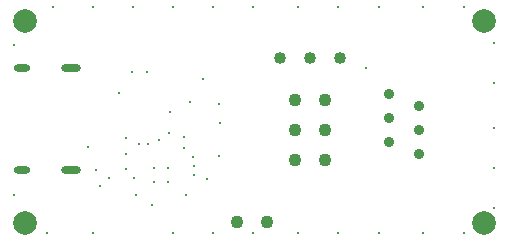
<source format=gbr>
%TF.GenerationSoftware,Altium Limited,Altium Designer,24.4.1 (13)*%
G04 Layer_Color=0*
%FSLAX45Y45*%
%MOMM*%
%TF.SameCoordinates,F106AC90-439F-428E-8782-533256F23A0D*%
%TF.FilePolarity,Positive*%
%TF.FileFunction,Plated,1,4,PTH,Drill*%
%TF.Part,Single*%
G01*
G75*
%TA.AperFunction,ComponentDrill*%
%ADD82C,1.02000*%
%TA.AperFunction,OtherDrill,Pad Free-1 (40.8mm,1.8mm)*%
%ADD83C,2.00000*%
%TA.AperFunction,OtherDrill,Pad Free-1 (40.8mm,18.9mm)*%
%ADD84C,2.00000*%
%TA.AperFunction,OtherDrill,Pad Free-1 (2mm,18.9mm)*%
%ADD85C,2.00000*%
%TA.AperFunction,OtherDrill,Pad Free-1 (2mm,1.8mm)*%
%ADD86C,2.00000*%
%TA.AperFunction,ComponentDrill*%
%ADD87C,0.90000*%
%ADD88O,1.70000X0.60000*%
%ADD89O,1.40000X0.60000*%
%ADD90C,1.10000*%
%ADD91C,1.10000*%
%TA.AperFunction,ViaDrill,NotFilled*%
%ADD92C,0.25000*%
D82*
X2864000Y1585000D02*
D03*
X2610000D02*
D03*
X2356000D02*
D03*
D83*
X4080000Y180000D02*
D03*
D84*
Y1890000D02*
D03*
D85*
X200000D02*
D03*
D86*
Y180000D02*
D03*
D87*
X3275981Y1071016D02*
D03*
Y1275016D02*
D03*
X3529981Y1173016D02*
D03*
Y969016D02*
D03*
Y765016D02*
D03*
X3275981Y867016D02*
D03*
D88*
X585350Y634200D02*
D03*
Y1498200D02*
D03*
D89*
X167350D02*
D03*
Y634200D02*
D03*
D90*
X2483000Y1224000D02*
D03*
X2737000D02*
D03*
X2483000Y970000D02*
D03*
Y716000D02*
D03*
X2737000Y970000D02*
D03*
Y716000D02*
D03*
D91*
X1993000Y190000D02*
D03*
X2247000D02*
D03*
D92*
X990000Y1285000D02*
D03*
X3087500Y1500000D02*
D03*
X1330000Y887500D02*
D03*
X1622500Y745000D02*
D03*
X1545000Y912500D02*
D03*
Y820000D02*
D03*
X910000Y565000D02*
D03*
X1120000Y562500D02*
D03*
X381000Y96520D02*
D03*
X4170000Y310000D02*
D03*
Y990000D02*
D03*
Y650000D02*
D03*
Y1370000D02*
D03*
Y1710000D02*
D03*
X770000Y100000D02*
D03*
X2130000D02*
D03*
X1790000D02*
D03*
X1450000D02*
D03*
X3190000D02*
D03*
X2850000D02*
D03*
X2510000D02*
D03*
X3570000D02*
D03*
X3910000D02*
D03*
Y2010000D02*
D03*
X3570000D02*
D03*
X2510000D02*
D03*
X2850000D02*
D03*
X3190000D02*
D03*
X1450000D02*
D03*
X1790000D02*
D03*
X2130000D02*
D03*
X1110000D02*
D03*
X770000D02*
D03*
X430000D02*
D03*
X100000Y1690000D02*
D03*
Y420000D02*
D03*
X730000Y830000D02*
D03*
X1840000Y750000D02*
D03*
X1630000Y670000D02*
D03*
Y590000D02*
D03*
X1562500Y425000D02*
D03*
X1845000Y1027500D02*
D03*
X1840000Y1195000D02*
D03*
X1590000Y1210000D02*
D03*
X1420000Y947500D02*
D03*
X1422500Y1120000D02*
D03*
X1700000Y1400000D02*
D03*
X1050000Y900000D02*
D03*
X797500Y635000D02*
D03*
X832500Y495000D02*
D03*
X1050000Y770000D02*
D03*
X1410000Y530000D02*
D03*
Y650000D02*
D03*
X1290000Y530000D02*
D03*
Y650000D02*
D03*
X1050000Y640000D02*
D03*
X1740000Y560000D02*
D03*
X1139312Y422034D02*
D03*
X1239400Y855200D02*
D03*
X1160000D02*
D03*
X1275000Y335215D02*
D03*
X1230000Y1460000D02*
D03*
X1100000D02*
D03*
%TF.MD5,c1fd6643ef858fc55244e9d59e08211a*%
M02*

</source>
